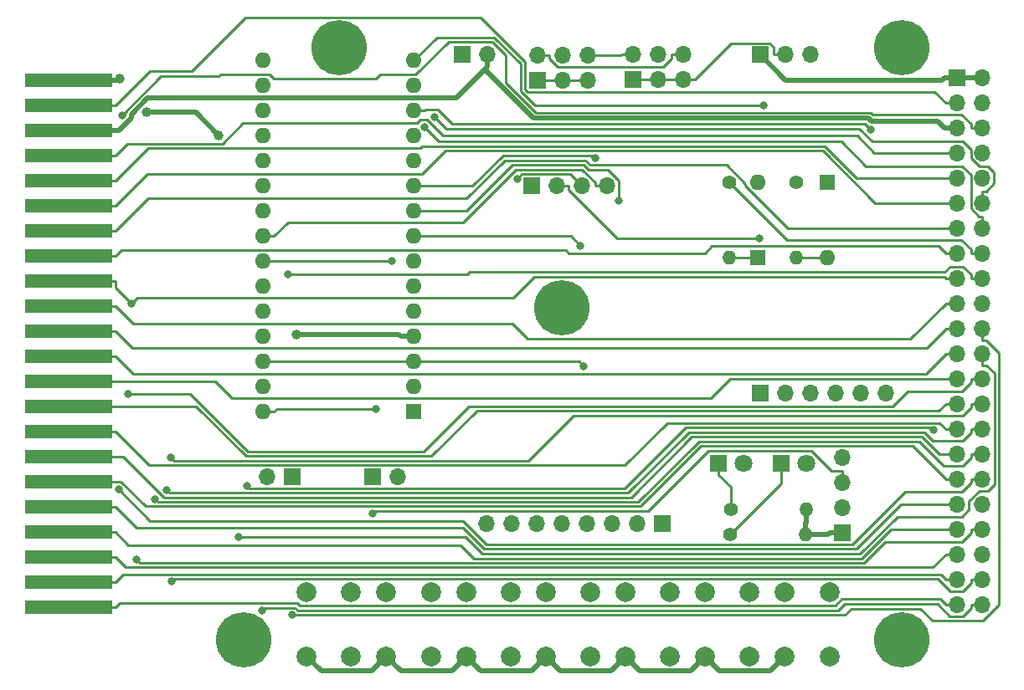
<source format=gtl>
G04 #@! TF.GenerationSoftware,KiCad,Pcbnew,8.0.9-8.0.9-0~ubuntu22.04.1*
G04 #@! TF.CreationDate,2025-06-10T23:15:16+02:00*
G04 #@! TF.ProjectId,comixino,636f6d69-7869-46e6-9f2e-6b696361645f,rev?*
G04 #@! TF.SameCoordinates,Original*
G04 #@! TF.FileFunction,Copper,L1,Top*
G04 #@! TF.FilePolarity,Positive*
%FSLAX46Y46*%
G04 Gerber Fmt 4.6, Leading zero omitted, Abs format (unit mm)*
G04 Created by KiCad (PCBNEW 8.0.9-8.0.9-0~ubuntu22.04.1) date 2025-06-10 23:15:16*
%MOMM*%
%LPD*%
G01*
G04 APERTURE LIST*
G04 #@! TA.AperFunction,ComponentPad*
%ADD10C,1.400000*%
G04 #@! TD*
G04 #@! TA.AperFunction,ComponentPad*
%ADD11O,1.400000X1.400000*%
G04 #@! TD*
G04 #@! TA.AperFunction,ComponentPad*
%ADD12R,1.800000X1.800000*%
G04 #@! TD*
G04 #@! TA.AperFunction,ComponentPad*
%ADD13C,1.800000*%
G04 #@! TD*
G04 #@! TA.AperFunction,ComponentPad*
%ADD14C,5.600000*%
G04 #@! TD*
G04 #@! TA.AperFunction,ComponentPad*
%ADD15C,2.000000*%
G04 #@! TD*
G04 #@! TA.AperFunction,ComponentPad*
%ADD16R,1.600000X1.600000*%
G04 #@! TD*
G04 #@! TA.AperFunction,ComponentPad*
%ADD17O,1.600000X1.600000*%
G04 #@! TD*
G04 #@! TA.AperFunction,ComponentPad*
%ADD18R,1.700000X1.700000*%
G04 #@! TD*
G04 #@! TA.AperFunction,ComponentPad*
%ADD19O,1.700000X1.700000*%
G04 #@! TD*
G04 #@! TA.AperFunction,ConnectorPad*
%ADD20R,8.890000X1.397000*%
G04 #@! TD*
G04 #@! TA.AperFunction,ViaPad*
%ADD21C,0.800000*%
G04 #@! TD*
G04 #@! TA.AperFunction,ViaPad*
%ADD22C,1.000000*%
G04 #@! TD*
G04 #@! TA.AperFunction,Conductor*
%ADD23C,0.250000*%
G04 #@! TD*
G04 #@! TA.AperFunction,Conductor*
%ADD24C,0.500000*%
G04 #@! TD*
G04 APERTURE END LIST*
D10*
X135650000Y-109550000D03*
D11*
X143270000Y-109550000D03*
D10*
X135670000Y-107050000D03*
D11*
X143290000Y-107050000D03*
D12*
X140800000Y-102350000D03*
D13*
X143340000Y-102350000D03*
D12*
X134450000Y-102350000D03*
D13*
X136990000Y-102350000D03*
D14*
X96100000Y-60350000D03*
D15*
X121475000Y-115450000D03*
X121475000Y-121950000D03*
X116975000Y-115450000D03*
X116975000Y-121950000D03*
X113416700Y-115450000D03*
X113416700Y-121950000D03*
X108916700Y-115450000D03*
X108916700Y-121950000D03*
X105358300Y-115450000D03*
X105358300Y-121950000D03*
X100858300Y-115450000D03*
X100858300Y-121950000D03*
X137591700Y-115450000D03*
X137591700Y-121950000D03*
X133091700Y-115450000D03*
X133091700Y-121950000D03*
D14*
X86400000Y-120250000D03*
D16*
X138450000Y-81560000D03*
D17*
X138450000Y-73940000D03*
D16*
X103590000Y-97180000D03*
D17*
X103590000Y-94640000D03*
X103590000Y-92100000D03*
X103590000Y-89560000D03*
X103590000Y-87020000D03*
X103590000Y-84480000D03*
X103590000Y-81940000D03*
X103590000Y-79400000D03*
X103590000Y-76860000D03*
X103590000Y-74320000D03*
X103590000Y-71780000D03*
X103590000Y-69240000D03*
X103590000Y-66700000D03*
X103590000Y-64160000D03*
X103590000Y-61620000D03*
X88350000Y-61620000D03*
X88350000Y-64160000D03*
X88350000Y-66700000D03*
X88350000Y-69240000D03*
X88350000Y-71780000D03*
X88350000Y-74320000D03*
X88350000Y-76860000D03*
X88350000Y-79400000D03*
X88350000Y-81940000D03*
X88350000Y-84480000D03*
X88350000Y-87020000D03*
X88350000Y-89560000D03*
X88350000Y-92100000D03*
X88350000Y-94640000D03*
X88350000Y-97180000D03*
D18*
X125770000Y-63550000D03*
D19*
X125770000Y-61010000D03*
X128310000Y-63550000D03*
X128310000Y-61010000D03*
X130850000Y-63550000D03*
X130850000Y-61010000D03*
D14*
X152950000Y-60350000D03*
D15*
X97300000Y-115450000D03*
X97300000Y-121950000D03*
X92800000Y-115450000D03*
X92800000Y-121950000D03*
D18*
X138635000Y-61025000D03*
D19*
X141175000Y-61025000D03*
X143715000Y-61025000D03*
D15*
X145650000Y-115450000D03*
X145650000Y-121950000D03*
X141150000Y-115450000D03*
X141150000Y-121950000D03*
D10*
X142340000Y-73940000D03*
D11*
X142340000Y-81560000D03*
D18*
X146950000Y-109420000D03*
D19*
X146950000Y-106880000D03*
X146950000Y-104340000D03*
X146950000Y-101800000D03*
D10*
X135540000Y-73940000D03*
D11*
X135540000Y-81560000D03*
D18*
X128800000Y-108500000D03*
D19*
X126260000Y-108500000D03*
X123720000Y-108500000D03*
X121180000Y-108500000D03*
X118640000Y-108500000D03*
X116100000Y-108500000D03*
X113560000Y-108500000D03*
X111020000Y-108500000D03*
D14*
X152950000Y-120250000D03*
D18*
X116160000Y-63575000D03*
D19*
X116160000Y-61035000D03*
X118700000Y-63575000D03*
X118700000Y-61035000D03*
X121240000Y-63575000D03*
X121240000Y-61035000D03*
D15*
X129533300Y-115450000D03*
X129533300Y-121950000D03*
X125033300Y-115450000D03*
X125033300Y-121950000D03*
D14*
X118620000Y-86650000D03*
D16*
X145400000Y-73980000D03*
D17*
X145400000Y-81600000D03*
D18*
X99450000Y-103750000D03*
D19*
X101990000Y-103750000D03*
D18*
X138650000Y-95300000D03*
D19*
X141190000Y-95300000D03*
X143730000Y-95300000D03*
X146270000Y-95300000D03*
X148810000Y-95300000D03*
X151350000Y-95300000D03*
D18*
X158600000Y-63340000D03*
D19*
X161140000Y-63340000D03*
X158600000Y-65880000D03*
X161140000Y-65880000D03*
X158600000Y-68420000D03*
X161140000Y-68420000D03*
X158600000Y-70960000D03*
X161140000Y-70960000D03*
X158600000Y-73500000D03*
X161140000Y-73500000D03*
X158600000Y-76040000D03*
X161140000Y-76040000D03*
X158600000Y-78580000D03*
X161140000Y-78580000D03*
X158600000Y-81120000D03*
X161140000Y-81120000D03*
X158600000Y-83660000D03*
X161140000Y-83660000D03*
X158600000Y-86200000D03*
X161140000Y-86200000D03*
X158600000Y-88740000D03*
X161140000Y-88740000D03*
X158600000Y-91280000D03*
X161140000Y-91280000D03*
X158600000Y-93820000D03*
X161140000Y-93820000D03*
X158600000Y-96360000D03*
X161140000Y-96360000D03*
X158600000Y-98900000D03*
X161140000Y-98900000D03*
X158600000Y-101440000D03*
X161140000Y-101440000D03*
X158600000Y-103980000D03*
X161140000Y-103980000D03*
X158600000Y-106520000D03*
X161140000Y-106520000D03*
X158600000Y-109060000D03*
X161140000Y-109060000D03*
X158600000Y-111600000D03*
X161140000Y-111600000D03*
X158600000Y-114140000D03*
X161140000Y-114140000D03*
X158600000Y-116680000D03*
X161140000Y-116680000D03*
D18*
X108560000Y-60950000D03*
D19*
X111100000Y-60950000D03*
D18*
X115550000Y-74300000D03*
D19*
X118090000Y-74300000D03*
X120630000Y-74300000D03*
X123170000Y-74300000D03*
D18*
X91340000Y-103750000D03*
D19*
X88800000Y-103750000D03*
D20*
X68699400Y-63627100D03*
X68699400Y-66167100D03*
X68699400Y-68707100D03*
X68699400Y-71247100D03*
X68699400Y-73787100D03*
X68699400Y-76327100D03*
X68699400Y-78867100D03*
X68699400Y-81407100D03*
X68699400Y-83947100D03*
X68699400Y-86487100D03*
X68699400Y-89027100D03*
X68699400Y-91567100D03*
X68699400Y-94107100D03*
X68699400Y-96647100D03*
X68699400Y-99187100D03*
X68699400Y-101727100D03*
X68699400Y-104267100D03*
X68699400Y-106807100D03*
X68699400Y-109347100D03*
X68699400Y-111887100D03*
X68699400Y-114427100D03*
X68699400Y-116967100D03*
D21*
X99794200Y-96877700D03*
X138544800Y-79584800D03*
X122018600Y-71462900D03*
X120488000Y-80347500D03*
X124377900Y-75846900D03*
X149817000Y-68606900D03*
X138993300Y-66161800D03*
X114097100Y-73562400D03*
X101436100Y-81893400D03*
X120816400Y-92577200D03*
X99474400Y-107491600D03*
X75084500Y-86190900D03*
X75550700Y-112116100D03*
X88309600Y-117284300D03*
X74700900Y-95338500D03*
X156195400Y-99020900D03*
X86722900Y-104635700D03*
X77482600Y-106009300D03*
X85902200Y-109883100D03*
X91350700Y-117741400D03*
X90887400Y-83266100D03*
X104731000Y-68376600D03*
X74159000Y-67129100D03*
X79064400Y-101816200D03*
X105756600Y-67351100D03*
X79135300Y-114364100D03*
X73774600Y-105048000D03*
X78670600Y-105106800D03*
D22*
X73890900Y-63478900D03*
X76586200Y-66859000D03*
X83926700Y-69200400D03*
X91779600Y-89344800D03*
D23*
X140800000Y-104400000D02*
X135650000Y-109550000D01*
X140800000Y-102350000D02*
X140800000Y-104400000D01*
X135670000Y-104795100D02*
X135670000Y-107050000D01*
X134450000Y-103575100D02*
X135670000Y-104795100D01*
X134450000Y-102350000D02*
X134450000Y-103575100D01*
X129674900Y-61375200D02*
X129674900Y-61010000D01*
X128825000Y-62225100D02*
X129674900Y-61375200D01*
X118158000Y-62225100D02*
X128825000Y-62225100D01*
X117335100Y-61402200D02*
X118158000Y-62225100D01*
X117335100Y-61035000D02*
X117335100Y-61402200D01*
X116160000Y-61035000D02*
X117335100Y-61035000D01*
X130850000Y-61010000D02*
X129674900Y-61010000D01*
X88350000Y-97180000D02*
X89475100Y-97180000D01*
X89777400Y-96877700D02*
X99794200Y-96877700D01*
X89475100Y-97180000D02*
X89777400Y-96877700D01*
X124182700Y-79584800D02*
X138544800Y-79584800D01*
X119265100Y-74667200D02*
X124182700Y-79584800D01*
X119265100Y-74300000D02*
X119265100Y-74667200D01*
X118090000Y-74300000D02*
X119265100Y-74300000D01*
X121778500Y-71222800D02*
X122018600Y-71462900D01*
X112647900Y-71222800D02*
X121778500Y-71222800D01*
X109550700Y-74320000D02*
X112647900Y-71222800D01*
X103590000Y-74320000D02*
X109550700Y-74320000D01*
X119540500Y-79400000D02*
X103590000Y-79400000D01*
X120488000Y-80347500D02*
X119540500Y-79400000D01*
X124569900Y-61035000D02*
X124594900Y-61010000D01*
X121240000Y-61035000D02*
X124569900Y-61035000D01*
X125770000Y-61010000D02*
X124594900Y-61010000D01*
X104715100Y-76859900D02*
X104715100Y-76860000D01*
X108920600Y-76859900D02*
X104715100Y-76859900D01*
X113623800Y-72156700D02*
X108920600Y-76859900D01*
X120806400Y-72156700D02*
X113623800Y-72156700D01*
X121297600Y-72647900D02*
X120806400Y-72156700D01*
X123244300Y-72647900D02*
X121297600Y-72647900D01*
X124377900Y-73781500D02*
X123244300Y-72647900D01*
X124377900Y-75846900D02*
X124377900Y-73781500D01*
X103590000Y-76860000D02*
X104715100Y-76860000D01*
X103590000Y-66700000D02*
X104715100Y-66700000D01*
X104801800Y-66613300D02*
X104715100Y-66700000D01*
X106044300Y-66613300D02*
X104801800Y-66613300D01*
X107468200Y-68037200D02*
X106044300Y-66613300D01*
X149247300Y-68037200D02*
X107468200Y-68037200D01*
X149817000Y-68606900D02*
X149247300Y-68037200D01*
X105955200Y-59254800D02*
X103590000Y-61620000D01*
X111755600Y-59254800D02*
X105955200Y-59254800D01*
X114431300Y-61930500D02*
X111755600Y-59254800D01*
X114431300Y-64719400D02*
X114431300Y-61930500D01*
X115873700Y-66161800D02*
X114431300Y-64719400D01*
X138993300Y-66161800D02*
X115873700Y-66161800D01*
D24*
X68699400Y-68707100D02*
X73594500Y-68707100D01*
X158600000Y-68420000D02*
X157299900Y-68420000D01*
X111100000Y-60950000D02*
X111100000Y-62250100D01*
X110800800Y-62549300D02*
X111100000Y-62250100D01*
X73788700Y-68707100D02*
X73594500Y-68707100D01*
X75038900Y-67456900D02*
X73788700Y-68707100D01*
X75038900Y-67062600D02*
X75038900Y-67456900D01*
X76671300Y-65430200D02*
X75038900Y-67062600D01*
X107919900Y-65430200D02*
X76671300Y-65430200D01*
X110800800Y-62549300D02*
X107919900Y-65430200D01*
X115713600Y-67462100D02*
X110800800Y-62549300D01*
X149591400Y-67462100D02*
X115713600Y-67462100D01*
X149886100Y-67756800D02*
X149591400Y-67462100D01*
X156636700Y-67756800D02*
X149886100Y-67756800D01*
X157299900Y-68420000D02*
X156636700Y-67756800D01*
D23*
X90889900Y-77985200D02*
X89475100Y-79400000D01*
X108648800Y-77985200D02*
X90889900Y-77985200D01*
X113974200Y-72659800D02*
X108648800Y-77985200D01*
X120672800Y-72659800D02*
X113974200Y-72659800D01*
X121994900Y-73981900D02*
X120672800Y-72659800D01*
X121994900Y-74300000D02*
X121994900Y-73981900D01*
X123170000Y-74300000D02*
X121994900Y-74300000D01*
X88350000Y-79400000D02*
X89475100Y-79400000D01*
X89521700Y-81893400D02*
X89475100Y-81940000D01*
X101436100Y-81893400D02*
X89521700Y-81893400D01*
X88350000Y-81940000D02*
X89475100Y-81940000D01*
X114534700Y-73124800D02*
X114097100Y-73562400D01*
X119454800Y-73124800D02*
X114534700Y-73124800D01*
X120630000Y-74300000D02*
X119454800Y-73124800D01*
X88350000Y-92100000D02*
X89475100Y-92100000D01*
X102464900Y-92100000D02*
X89475100Y-92100000D01*
X103027500Y-92100000D02*
X102464900Y-92100000D01*
X103027500Y-92100000D02*
X103590000Y-92100000D01*
X120339200Y-92100000D02*
X120816400Y-92577200D01*
X103590000Y-92100000D02*
X120339200Y-92100000D01*
X143405100Y-81600000D02*
X143365100Y-81560000D01*
X145400000Y-81600000D02*
X143405100Y-81600000D01*
X142340000Y-81560000D02*
X143365100Y-81560000D01*
X121240000Y-63575000D02*
X118700000Y-63575000D01*
X118700000Y-63575000D02*
X116160000Y-63575000D01*
X130850000Y-63550000D02*
X128310000Y-63550000D01*
X128310000Y-63550000D02*
X125770000Y-63550000D01*
X135725300Y-59849800D02*
X132025100Y-63550000D01*
X139632600Y-59849800D02*
X135725300Y-59849800D01*
X139999900Y-60217100D02*
X139632600Y-59849800D01*
X139999900Y-61025000D02*
X139999900Y-60217100D01*
X141175000Y-61025000D02*
X139999900Y-61025000D01*
X130850000Y-63550000D02*
X132025100Y-63550000D01*
X161140000Y-81120000D02*
X159964900Y-81120000D01*
X141358600Y-79758600D02*
X135540000Y-73940000D01*
X158970800Y-79758600D02*
X141358600Y-79758600D01*
X159964900Y-80752700D02*
X158970800Y-79758600D01*
X159964900Y-81120000D02*
X159964900Y-80752700D01*
X145888300Y-103164900D02*
X146950000Y-103164900D01*
X143828400Y-101105000D02*
X145888300Y-103164900D01*
X133415400Y-101105000D02*
X143828400Y-101105000D01*
X127324500Y-107195900D02*
X133415400Y-101105000D01*
X99770100Y-107195900D02*
X127324500Y-107195900D01*
X99474400Y-107491600D02*
X99770100Y-107195900D01*
X146950000Y-104340000D02*
X146950000Y-103164900D01*
X68699400Y-83947100D02*
X73469500Y-83947100D01*
X73469500Y-84575900D02*
X75084500Y-86190900D01*
X73469500Y-83947100D02*
X73469500Y-84575900D01*
X158600000Y-83660000D02*
X157424900Y-83660000D01*
X75668100Y-85607300D02*
X75084500Y-86190900D01*
X113687800Y-85607300D02*
X75668100Y-85607300D01*
X115804000Y-83491100D02*
X113687800Y-85607300D01*
X157256000Y-83491100D02*
X115804000Y-83491100D01*
X157424900Y-83660000D02*
X157256000Y-83491100D01*
X161140000Y-109060000D02*
X159964900Y-109060000D01*
X159964900Y-109425200D02*
X159964900Y-109060000D01*
X159060100Y-110330000D02*
X159964900Y-109425200D01*
X151251500Y-110330000D02*
X159060100Y-110330000D01*
X149129300Y-112452200D02*
X151251500Y-110330000D01*
X75886800Y-112452200D02*
X149129300Y-112452200D01*
X75550700Y-112116100D02*
X75886800Y-112452200D01*
X161140000Y-116680000D02*
X159964900Y-116680000D01*
X88596500Y-116997400D02*
X88309600Y-117284300D01*
X91632200Y-116997400D02*
X88596500Y-116997400D01*
X91919100Y-117284300D02*
X91632200Y-116997400D01*
X146562400Y-117284300D02*
X91919100Y-117284300D01*
X147207100Y-116639600D02*
X146562400Y-117284300D01*
X156571800Y-116639600D02*
X147207100Y-116639600D01*
X157795000Y-117862800D02*
X156571800Y-116639600D01*
X159147300Y-117862800D02*
X157795000Y-117862800D01*
X159964900Y-117045200D02*
X159147300Y-117862800D01*
X159964900Y-116680000D02*
X159964900Y-117045200D01*
X158600000Y-111600000D02*
X157424900Y-111600000D01*
X68699400Y-111887100D02*
X73469500Y-111887100D01*
X156122600Y-112902300D02*
X157424900Y-111600000D01*
X74484700Y-112902300D02*
X156122600Y-112902300D01*
X73469500Y-111887100D02*
X74484700Y-112902300D01*
X161140000Y-93820000D02*
X159964900Y-93820000D01*
X80998000Y-95338500D02*
X74700900Y-95338500D01*
X86875600Y-101216100D02*
X80998000Y-95338500D01*
X104605000Y-101216100D02*
X86875600Y-101216100D01*
X109217100Y-96604000D02*
X104605000Y-101216100D01*
X152075000Y-96604000D02*
X109217100Y-96604000D01*
X153589000Y-95090000D02*
X152075000Y-96604000D01*
X159060100Y-95090000D02*
X153589000Y-95090000D01*
X159964900Y-94185200D02*
X159060100Y-95090000D01*
X159964900Y-93820000D02*
X159964900Y-94185200D01*
X155963600Y-98789100D02*
X156195400Y-99020900D01*
X131095500Y-98789100D02*
X155963600Y-98789100D01*
X124959400Y-104925200D02*
X131095500Y-98789100D01*
X87012400Y-104925200D02*
X124959400Y-104925200D01*
X86722900Y-104635700D02*
X87012400Y-104925200D01*
X161140000Y-101440000D02*
X159964900Y-101440000D01*
X159964900Y-101805200D02*
X159964900Y-101440000D01*
X159139500Y-102630600D02*
X159964900Y-101805200D01*
X157195200Y-102630600D02*
X159139500Y-102630600D01*
X154713100Y-100148500D02*
X157195200Y-102630600D01*
X132473500Y-100148500D02*
X154713100Y-100148500D01*
X126334500Y-106287500D02*
X132473500Y-100148500D01*
X77760800Y-106287500D02*
X126334500Y-106287500D01*
X77482600Y-106009300D02*
X77760800Y-106287500D01*
X68699400Y-116967100D02*
X73469500Y-116967100D01*
X158600000Y-116680000D02*
X157424900Y-116680000D01*
X73894300Y-116542300D02*
X73469500Y-116967100D01*
X91813700Y-116542300D02*
X73894300Y-116542300D01*
X92085500Y-116814100D02*
X91813700Y-116542300D01*
X146243000Y-116814100D02*
X92085500Y-116814100D01*
X146913700Y-116143400D02*
X146243000Y-116814100D01*
X156888300Y-116143400D02*
X146913700Y-116143400D01*
X157424900Y-116680000D02*
X156888300Y-116143400D01*
X108893900Y-109883100D02*
X85902200Y-109883100D01*
X110562700Y-111551900D02*
X108893900Y-109883100D01*
X148756300Y-111551900D02*
X110562700Y-111551900D01*
X152518200Y-107790000D02*
X148756300Y-111551900D01*
X159030900Y-107790000D02*
X152518200Y-107790000D01*
X159775200Y-107045700D02*
X159030900Y-107790000D01*
X159775200Y-106220700D02*
X159775200Y-107045700D01*
X160840800Y-105155100D02*
X159775200Y-106220700D01*
X161699300Y-105155100D02*
X160840800Y-105155100D01*
X162333500Y-104520900D02*
X161699300Y-105155100D01*
X162333500Y-93281400D02*
X162333500Y-104520900D01*
X161507200Y-92455100D02*
X162333500Y-93281400D01*
X161140000Y-92455100D02*
X161507200Y-92455100D01*
X161140000Y-91280000D02*
X161140000Y-92455100D01*
X153811500Y-89813400D02*
X157424900Y-86200000D01*
X115152200Y-89813400D02*
X153811500Y-89813400D01*
X113628800Y-88290000D02*
X115152200Y-89813400D01*
X75272400Y-88290000D02*
X113628800Y-88290000D01*
X73469500Y-86487100D02*
X75272400Y-88290000D01*
X68699400Y-86487100D02*
X73469500Y-86487100D01*
X158600000Y-86200000D02*
X157424900Y-86200000D01*
X161140000Y-88740000D02*
X161140000Y-89915100D01*
X161505200Y-89915100D02*
X161140000Y-89915100D01*
X162783700Y-91193600D02*
X161505200Y-89915100D01*
X162783700Y-116726500D02*
X162783700Y-91193600D01*
X161180100Y-118330100D02*
X162783700Y-116726500D01*
X156092300Y-118330100D02*
X161180100Y-118330100D01*
X154852000Y-117089800D02*
X156092300Y-118330100D01*
X147860500Y-117089800D02*
X154852000Y-117089800D01*
X147208900Y-117741400D02*
X147860500Y-117089800D01*
X91350700Y-117741400D02*
X147208900Y-117741400D01*
X156700000Y-80395100D02*
X157424900Y-81120000D01*
X133756000Y-80395100D02*
X156700000Y-80395100D01*
X133036800Y-81114300D02*
X133756000Y-80395100D01*
X119297600Y-81114300D02*
X133036800Y-81114300D01*
X118990900Y-80807600D02*
X119297600Y-81114300D01*
X74069000Y-80807600D02*
X118990900Y-80807600D01*
X73469500Y-81407100D02*
X74069000Y-80807600D01*
X68699400Y-81407100D02*
X73469500Y-81407100D01*
X158600000Y-81120000D02*
X157424900Y-81120000D01*
X68699400Y-76327100D02*
X73469500Y-76327100D01*
X150304600Y-76040000D02*
X158600000Y-76040000D01*
X145002300Y-70737700D02*
X150304600Y-76040000D01*
X106843400Y-70737700D02*
X145002300Y-70737700D01*
X104476600Y-73104500D02*
X106843400Y-70737700D01*
X76692100Y-73104500D02*
X104476600Y-73104500D01*
X73469500Y-76327100D02*
X76692100Y-73104500D01*
X161140000Y-83660000D02*
X159964900Y-83660000D01*
X109041800Y-83266100D02*
X90887400Y-83266100D01*
X109267000Y-83040900D02*
X109041800Y-83266100D01*
X157319100Y-83040900D02*
X109267000Y-83040900D01*
X157888600Y-82471400D02*
X157319100Y-83040900D01*
X159141500Y-82471400D02*
X157888600Y-82471400D01*
X159964900Y-83294800D02*
X159141500Y-82471400D01*
X159964900Y-83660000D02*
X159964900Y-83294800D01*
X68699400Y-104267100D02*
X73469500Y-104267100D01*
X158600000Y-103980000D02*
X157424900Y-103980000D01*
X74019200Y-104267100D02*
X73469500Y-104267100D01*
X76489700Y-106737600D02*
X74019200Y-104267100D01*
X126521000Y-106737600D02*
X76489700Y-106737600D01*
X132660000Y-100598600D02*
X126521000Y-106737600D01*
X154043500Y-100598600D02*
X132660000Y-100598600D01*
X157424900Y-103980000D02*
X154043500Y-100598600D01*
X161140000Y-78580000D02*
X161140000Y-77404900D01*
X160772700Y-77404900D02*
X161140000Y-77404900D01*
X159964900Y-76597100D02*
X160772700Y-77404900D01*
X159964900Y-73164000D02*
X159964900Y-76597100D01*
X159110600Y-72309700D02*
X159964900Y-73164000D01*
X149362500Y-72309700D02*
X159110600Y-72309700D01*
X146851800Y-69799000D02*
X149362500Y-72309700D01*
X106153400Y-69799000D02*
X146851800Y-69799000D01*
X104731000Y-68376600D02*
X106153400Y-69799000D01*
X156315400Y-64770500D02*
X157424900Y-65880000D01*
X115119200Y-64770500D02*
X156315400Y-64770500D01*
X114881500Y-64532800D02*
X115119200Y-64770500D01*
X114881500Y-61744000D02*
X114881500Y-64532800D01*
X110360700Y-57223200D02*
X114881500Y-61744000D01*
X86595500Y-57223200D02*
X110360700Y-57223200D01*
X81151300Y-62667400D02*
X86595500Y-57223200D01*
X76969200Y-62667400D02*
X81151300Y-62667400D01*
X73469500Y-66167100D02*
X76969200Y-62667400D01*
X68699400Y-66167100D02*
X73469500Y-66167100D01*
X158600000Y-65880000D02*
X157424900Y-65880000D01*
X161140000Y-68420000D02*
X159964900Y-68420000D01*
X78064300Y-63223800D02*
X74159000Y-67129100D01*
X83918700Y-63223800D02*
X78064300Y-63223800D01*
X84123600Y-63018900D02*
X83918700Y-63223800D01*
X89018900Y-63018900D02*
X84123600Y-63018900D01*
X89475200Y-63475200D02*
X89018900Y-63018900D01*
X99813800Y-63475200D02*
X89475200Y-63475200D01*
X100254200Y-63034800D02*
X99813800Y-63475200D01*
X103822400Y-63034800D02*
X100254200Y-63034800D01*
X107131700Y-59725500D02*
X103822400Y-63034800D01*
X111588800Y-59725500D02*
X107131700Y-59725500D01*
X112902900Y-61039600D02*
X111588800Y-59725500D01*
X112902900Y-63827800D02*
X112902900Y-61039600D01*
X115962100Y-66887000D02*
X112902900Y-63827800D01*
X149829700Y-66887000D02*
X115962100Y-66887000D01*
X150011100Y-67068400D02*
X149829700Y-66887000D01*
X158978500Y-67068400D02*
X150011100Y-67068400D01*
X159964900Y-68054800D02*
X158978500Y-67068400D01*
X159964900Y-68420000D02*
X159964900Y-68054800D01*
X150189700Y-70960000D02*
X158600000Y-70960000D01*
X148457800Y-69228100D02*
X150189700Y-70960000D01*
X106608000Y-69228100D02*
X148457800Y-69228100D01*
X105005700Y-67625800D02*
X106608000Y-69228100D01*
X104255500Y-67625800D02*
X105005700Y-67625800D01*
X103911300Y-67970000D02*
X104255500Y-67625800D01*
X86357400Y-67970000D02*
X103911300Y-67970000D01*
X84301800Y-70025600D02*
X86357400Y-67970000D01*
X74691000Y-70025600D02*
X84301800Y-70025600D01*
X73469500Y-71247100D02*
X74691000Y-70025600D01*
X68699400Y-71247100D02*
X73469500Y-71247100D01*
X161140000Y-96360000D02*
X159964900Y-96360000D01*
X79364500Y-102116300D02*
X79064400Y-101816200D01*
X115253600Y-102116300D02*
X79364500Y-102116300D01*
X119819300Y-97550600D02*
X115253600Y-102116300D01*
X159139500Y-97550600D02*
X119819300Y-97550600D01*
X159964900Y-96725200D02*
X159139500Y-97550600D01*
X159964900Y-96360000D02*
X159964900Y-96725200D01*
X68699400Y-106807100D02*
X73469500Y-106807100D01*
X157424900Y-106520100D02*
X157424900Y-106520000D01*
X152926600Y-106520100D02*
X157424900Y-106520100D01*
X148388600Y-111058100D02*
X152926600Y-106520100D01*
X110705600Y-111058100D02*
X148388600Y-111058100D01*
X108591600Y-108944100D02*
X110705600Y-111058100D01*
X75606500Y-108944100D02*
X108591600Y-108944100D01*
X73469500Y-106807100D02*
X75606500Y-108944100D01*
X158600000Y-106520000D02*
X157424900Y-106520000D01*
X68699400Y-109347100D02*
X73469500Y-109347100D01*
X151884900Y-109060000D02*
X158600000Y-109060000D01*
X148942800Y-112002100D02*
X151884900Y-109060000D01*
X109739700Y-112002100D02*
X148942800Y-112002100D01*
X108395600Y-110658000D02*
X109739700Y-112002100D01*
X74780400Y-110658000D02*
X108395600Y-110658000D01*
X73469500Y-109347100D02*
X74780400Y-110658000D01*
X68699400Y-99187100D02*
X73469500Y-99187100D01*
X158600000Y-98900000D02*
X157424900Y-98900000D01*
X76848800Y-102566400D02*
X73469500Y-99187100D01*
X124987000Y-102566400D02*
X76848800Y-102566400D01*
X129261500Y-98291900D02*
X124987000Y-102566400D01*
X156816800Y-98291900D02*
X129261500Y-98291900D01*
X157424900Y-98900000D02*
X156816800Y-98291900D01*
X68699400Y-73787100D02*
X73469500Y-73787100D01*
X148401400Y-73500000D02*
X158600000Y-73500000D01*
X145163200Y-70261800D02*
X148401400Y-73500000D01*
X104498600Y-70261800D02*
X145163200Y-70261800D01*
X104264800Y-70495600D02*
X104498600Y-70261800D01*
X76761000Y-70495600D02*
X104264800Y-70495600D01*
X73469500Y-73787100D02*
X76761000Y-70495600D01*
X68699400Y-78867100D02*
X73469500Y-78867100D01*
X76746600Y-75590000D02*
X73469500Y-78867100D01*
X108917300Y-75590000D02*
X76746600Y-75590000D01*
X112800700Y-71706600D02*
X108917300Y-75590000D01*
X120992900Y-71706600D02*
X112800700Y-71706600D01*
X121484100Y-72197800D02*
X120992900Y-71706600D01*
X135250400Y-72197800D02*
X121484100Y-72197800D01*
X137154100Y-74101500D02*
X135250400Y-72197800D01*
X137154100Y-74305500D02*
X137154100Y-74101500D01*
X141428600Y-78580000D02*
X137154100Y-74305500D01*
X158600000Y-78580000D02*
X141428600Y-78580000D01*
X161140000Y-76040000D02*
X161140000Y-74864900D01*
X106892800Y-68487300D02*
X105756600Y-67351100D01*
X148671800Y-68487300D02*
X106892800Y-68487300D01*
X149969300Y-69784800D02*
X148671800Y-68487300D01*
X159148900Y-69784800D02*
X149969300Y-69784800D01*
X159964700Y-70600600D02*
X159148900Y-69784800D01*
X159964700Y-71476300D02*
X159964700Y-70600600D01*
X160813200Y-72324800D02*
X159964700Y-71476300D01*
X161708400Y-72324800D02*
X160813200Y-72324800D01*
X162318100Y-72934500D02*
X161708400Y-72324800D01*
X162318100Y-74052000D02*
X162318100Y-72934500D01*
X161505200Y-74864900D02*
X162318100Y-74052000D01*
X161140000Y-74864900D02*
X161505200Y-74864900D01*
X158600000Y-96360000D02*
X157424900Y-96360000D01*
X68699400Y-96647100D02*
X73469500Y-96647100D01*
X156730800Y-97054100D02*
X157424900Y-96360000D01*
X110040200Y-97054100D02*
X156730800Y-97054100D01*
X105428100Y-101666200D02*
X110040200Y-97054100D01*
X86650600Y-101666200D02*
X105428100Y-101666200D01*
X81631500Y-96647100D02*
X86650600Y-101666200D01*
X73469500Y-96647100D02*
X81631500Y-96647100D01*
X161140000Y-114140000D02*
X159964900Y-114140000D01*
X79412100Y-114087300D02*
X79135300Y-114364100D01*
X156631000Y-114087300D02*
X79412100Y-114087300D01*
X157864900Y-115321200D02*
X156631000Y-114087300D01*
X159130300Y-115321200D02*
X157864900Y-115321200D01*
X159964900Y-114486600D02*
X159130300Y-115321200D01*
X159964900Y-114140000D02*
X159964900Y-114486600D01*
X159964900Y-104345200D02*
X159964900Y-103980000D01*
X159060100Y-105250000D02*
X159964900Y-104345200D01*
X153296600Y-105250000D02*
X159060100Y-105250000D01*
X147951400Y-110595200D02*
X153296600Y-105250000D01*
X110941100Y-110595200D02*
X147951400Y-110595200D01*
X108586700Y-108240800D02*
X110941100Y-110595200D01*
X76967400Y-108240800D02*
X108586700Y-108240800D01*
X73774600Y-105048000D02*
X76967400Y-108240800D01*
X161140000Y-103980000D02*
X159964900Y-103980000D01*
X158600000Y-114140000D02*
X157424900Y-114140000D01*
X68699400Y-114427100D02*
X73469500Y-114427100D01*
X74259400Y-113637200D02*
X73469500Y-114427100D01*
X156922100Y-113637200D02*
X74259400Y-113637200D01*
X157424900Y-114140000D02*
X156922100Y-113637200D01*
X68699400Y-101727100D02*
X73469500Y-101727100D01*
X158600000Y-101440000D02*
X157424900Y-101440000D01*
X156791500Y-101440000D02*
X157424900Y-101440000D01*
X155046100Y-99694600D02*
X156791500Y-101440000D01*
X131733800Y-99694600D02*
X155046100Y-99694600D01*
X125591000Y-105837400D02*
X131733800Y-99694600D01*
X78375600Y-105837400D02*
X125591000Y-105837400D01*
X74265300Y-101727100D02*
X78375600Y-105837400D01*
X73469500Y-101727100D02*
X74265300Y-101727100D01*
X135595600Y-93820000D02*
X158600000Y-93820000D01*
X133643200Y-95772400D02*
X135595600Y-93820000D01*
X85246700Y-95772400D02*
X133643200Y-95772400D01*
X83581400Y-94107100D02*
X85246700Y-95772400D01*
X68699400Y-94107100D02*
X83581400Y-94107100D01*
X161140000Y-98900000D02*
X159964900Y-98900000D01*
X159964900Y-99267200D02*
X159964900Y-98900000D01*
X159146300Y-100085800D02*
X159964900Y-99267200D01*
X156088700Y-100085800D02*
X159146300Y-100085800D01*
X155242200Y-99239300D02*
X156088700Y-100085800D01*
X131472900Y-99239300D02*
X155242200Y-99239300D01*
X125324900Y-105387300D02*
X131472900Y-99239300D01*
X78951100Y-105387300D02*
X125324900Y-105387300D01*
X78670600Y-105106800D02*
X78951100Y-105387300D01*
X158600000Y-88740000D02*
X157424900Y-88740000D01*
X68699400Y-89027100D02*
X73469500Y-89027100D01*
X75128800Y-90686400D02*
X73469500Y-89027100D01*
X155478500Y-90686400D02*
X75128800Y-90686400D01*
X157424900Y-88740000D02*
X155478500Y-90686400D01*
X158600000Y-91280000D02*
X157424900Y-91280000D01*
X155398700Y-93306200D02*
X157424900Y-91280000D01*
X75208600Y-93306200D02*
X155398700Y-93306200D01*
X73469500Y-91567100D02*
X75208600Y-93306200D01*
X68699400Y-91567100D02*
X73469500Y-91567100D01*
D24*
X68699400Y-63627100D02*
X73594500Y-63627100D01*
X161140000Y-63340000D02*
X158600000Y-63340000D01*
X157016200Y-63623700D02*
X157299900Y-63340000D01*
X141233700Y-63623700D02*
X157016200Y-63623700D01*
X138635000Y-61025000D02*
X141233700Y-63623700D01*
X158600000Y-63340000D02*
X157299900Y-63340000D01*
X73742700Y-63478900D02*
X73890900Y-63478900D01*
X73594500Y-63627100D02*
X73742700Y-63478900D01*
X103590000Y-89560000D02*
X102339900Y-89560000D01*
X145519900Y-109550000D02*
X145649900Y-109420000D01*
X143270000Y-109550000D02*
X145519900Y-109550000D01*
X146950000Y-109420000D02*
X145649900Y-109420000D01*
X143290000Y-108379900D02*
X143270000Y-108399900D01*
X143290000Y-107050000D02*
X143290000Y-108379900D01*
X143270000Y-109550000D02*
X143270000Y-108399900D01*
X102124700Y-89344800D02*
X91779600Y-89344800D01*
X102339900Y-89560000D02*
X102124700Y-89344800D01*
X134541900Y-123400200D02*
X133091700Y-121950000D01*
X139699800Y-123400200D02*
X134541900Y-123400200D01*
X141150000Y-121950000D02*
X139699800Y-123400200D01*
X131641500Y-123400200D02*
X133091700Y-121950000D01*
X126483500Y-123400200D02*
X131641500Y-123400200D01*
X125033300Y-121950000D02*
X126483500Y-123400200D01*
X99387400Y-123420900D02*
X100858300Y-121950000D01*
X94270900Y-123420900D02*
X99387400Y-123420900D01*
X92800000Y-121950000D02*
X94270900Y-123420900D01*
X107466500Y-123400200D02*
X108916700Y-121950000D01*
X102308500Y-123400200D02*
X107466500Y-123400200D01*
X100858300Y-121950000D02*
X102308500Y-123400200D01*
X118425200Y-123400200D02*
X116975000Y-121950000D01*
X123583100Y-123400200D02*
X118425200Y-123400200D01*
X125033300Y-121950000D02*
X123583100Y-123400200D01*
X115524800Y-123400200D02*
X116975000Y-121950000D01*
X110366900Y-123400200D02*
X115524800Y-123400200D01*
X108916700Y-121950000D02*
X110366900Y-123400200D01*
X81585300Y-66859000D02*
X83926700Y-69200400D01*
X76586200Y-66859000D02*
X81585300Y-66859000D01*
D23*
X135540000Y-81560000D02*
X138450000Y-81560000D01*
M02*

</source>
